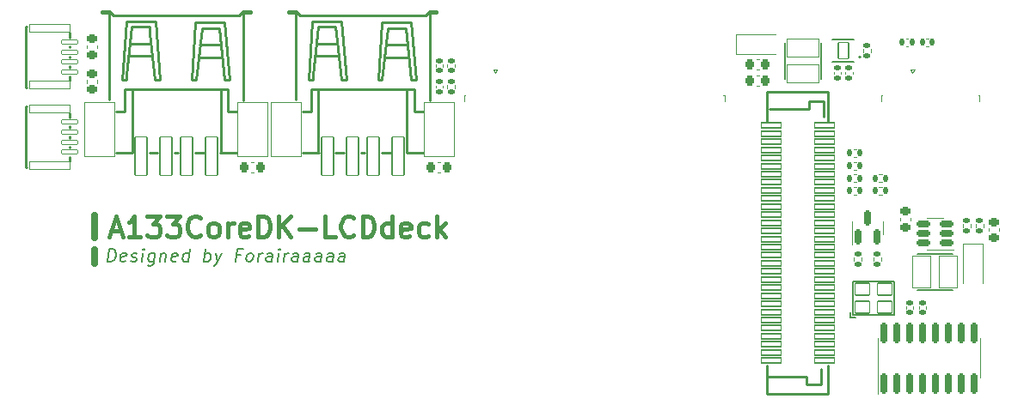
<source format=gto>
G04 #@! TF.GenerationSoftware,KiCad,Pcbnew,(6.0.4)*
G04 #@! TF.CreationDate,2022-05-11T13:02:33+08:00*
G04 #@! TF.ProjectId,A133CoreDK-LCDdeck,41313333-436f-4726-9544-4b2d4c434464,rev?*
G04 #@! TF.SameCoordinates,Original*
G04 #@! TF.FileFunction,Legend,Top*
G04 #@! TF.FilePolarity,Positive*
%FSLAX46Y46*%
G04 Gerber Fmt 4.6, Leading zero omitted, Abs format (unit mm)*
G04 Created by KiCad (PCBNEW (6.0.4)) date 2022-05-11 13:02:33*
%MOMM*%
%LPD*%
G01*
G04 APERTURE LIST*
G04 Aperture macros list*
%AMRoundRect*
0 Rectangle with rounded corners*
0 $1 Rounding radius*
0 $2 $3 $4 $5 $6 $7 $8 $9 X,Y pos of 4 corners*
0 Add a 4 corners polygon primitive as box body*
4,1,4,$2,$3,$4,$5,$6,$7,$8,$9,$2,$3,0*
0 Add four circle primitives for the rounded corners*
1,1,$1+$1,$2,$3*
1,1,$1+$1,$4,$5*
1,1,$1+$1,$6,$7*
1,1,$1+$1,$8,$9*
0 Add four rect primitives between the rounded corners*
20,1,$1+$1,$2,$3,$4,$5,0*
20,1,$1+$1,$4,$5,$6,$7,0*
20,1,$1+$1,$6,$7,$8,$9,0*
20,1,$1+$1,$8,$9,$2,$3,0*%
G04 Aperture macros list end*
%ADD10C,0.635000*%
%ADD11C,0.406400*%
%ADD12C,0.203200*%
%ADD13C,0.120000*%
%ADD14C,0.152400*%
%ADD15C,0.152000*%
%ADD16C,0.254000*%
%ADD17C,0.149900*%
%ADD18RoundRect,0.140000X0.140000X0.170000X-0.140000X0.170000X-0.140000X-0.170000X0.140000X-0.170000X0*%
%ADD19RoundRect,0.140000X0.170000X-0.140000X0.170000X0.140000X-0.170000X0.140000X-0.170000X-0.140000X0*%
%ADD20RoundRect,0.150000X0.150000X-0.587500X0.150000X0.587500X-0.150000X0.587500X-0.150000X-0.587500X0*%
%ADD21RoundRect,0.225000X-0.225000X-0.250000X0.225000X-0.250000X0.225000X0.250000X-0.225000X0.250000X0*%
%ADD22RoundRect,0.135000X-0.185000X0.135000X-0.185000X-0.135000X0.185000X-0.135000X0.185000X0.135000X0*%
%ADD23R,1.200000X0.900000*%
%ADD24R,0.900000X1.200000*%
%ADD25RoundRect,0.135000X0.135000X0.185000X-0.135000X0.185000X-0.135000X-0.185000X0.135000X-0.185000X0*%
%ADD26RoundRect,0.050800X-0.700000X-0.600000X0.700000X-0.600000X0.700000X0.600000X-0.700000X0.600000X0*%
%ADD27C,0.800000*%
%ADD28C,1.200000*%
%ADD29RoundRect,0.050800X-1.000000X0.250000X-1.000000X-0.250000X1.000000X-0.250000X1.000000X0.250000X0*%
%ADD30RoundRect,0.050800X-2.000250X0.400050X-2.000250X-0.400050X2.000250X-0.400050X2.000250X0.400050X0*%
%ADD31RoundRect,0.050800X-0.800100X0.199400X-0.800100X-0.199400X0.800100X-0.199400X0.800100X0.199400X0*%
%ADD32RoundRect,0.050800X-1.559550X0.900450X-1.559550X-0.900450X1.559550X-0.900450X1.559550X0.900450X0*%
%ADD33RoundRect,0.135000X0.185000X-0.135000X0.185000X0.135000X-0.185000X0.135000X-0.185000X-0.135000X0*%
%ADD34RoundRect,0.050800X-0.900450X-1.559550X0.900450X-1.559550X0.900450X1.559550X-0.900450X1.559550X0*%
%ADD35O,0.708700X0.464800*%
%ADD36RoundRect,0.050800X0.500400X-0.800100X0.500400X0.800100X-0.500400X0.800100X-0.500400X-0.800100X0*%
%ADD37RoundRect,0.225000X-0.250000X0.225000X-0.250000X-0.225000X0.250000X-0.225000X0.250000X0.225000X0*%
%ADD38RoundRect,0.225000X0.250000X-0.225000X0.250000X0.225000X-0.250000X0.225000X-0.250000X-0.225000X0*%
%ADD39RoundRect,0.140000X-0.140000X-0.170000X0.140000X-0.170000X0.140000X0.170000X-0.140000X0.170000X0*%
%ADD40RoundRect,0.225000X0.225000X0.250000X-0.225000X0.250000X-0.225000X-0.250000X0.225000X-0.250000X0*%
%ADD41RoundRect,0.150000X0.150000X-0.850000X0.150000X0.850000X-0.150000X0.850000X-0.150000X-0.850000X0*%
%ADD42C,1.300500*%
%ADD43RoundRect,0.050800X0.599450X1.899900X-0.599450X1.899900X-0.599450X-1.899900X0.599450X-1.899900X0*%
%ADD44RoundRect,0.050800X1.499850X2.650500X-1.499850X2.650500X-1.499850X-2.650500X1.499850X-2.650500X0*%
%ADD45R,0.300000X1.100000*%
%ADD46R,2.300000X3.100000*%
%ADD47RoundRect,0.150000X0.512500X0.150000X-0.512500X0.150000X-0.512500X-0.150000X0.512500X-0.150000X0*%
%ADD48C,0.701000*%
%ADD49C,0.899200*%
G04 APERTURE END LIST*
D10*
X100736400Y-84105750D02*
X100736400Y-85445600D01*
X100736400Y-80708500D02*
X100736400Y-82918300D01*
D11*
X102320876Y-82253666D02*
X103288495Y-82253666D01*
X102127352Y-82834238D02*
X102804685Y-80802238D01*
X103482019Y-82834238D01*
X105223733Y-82834238D02*
X104062590Y-82834238D01*
X104643161Y-82834238D02*
X104643161Y-80802238D01*
X104449638Y-81092523D01*
X104256114Y-81286047D01*
X104062590Y-81382809D01*
X105901066Y-80802238D02*
X107158971Y-80802238D01*
X106481638Y-81576333D01*
X106771923Y-81576333D01*
X106965447Y-81673095D01*
X107062209Y-81769857D01*
X107158971Y-81963380D01*
X107158971Y-82447190D01*
X107062209Y-82640714D01*
X106965447Y-82737476D01*
X106771923Y-82834238D01*
X106191352Y-82834238D01*
X105997828Y-82737476D01*
X105901066Y-82640714D01*
X107836304Y-80802238D02*
X109094209Y-80802238D01*
X108416876Y-81576333D01*
X108707161Y-81576333D01*
X108900685Y-81673095D01*
X108997447Y-81769857D01*
X109094209Y-81963380D01*
X109094209Y-82447190D01*
X108997447Y-82640714D01*
X108900685Y-82737476D01*
X108707161Y-82834238D01*
X108126590Y-82834238D01*
X107933066Y-82737476D01*
X107836304Y-82640714D01*
X111126209Y-82640714D02*
X111029447Y-82737476D01*
X110739161Y-82834238D01*
X110545638Y-82834238D01*
X110255352Y-82737476D01*
X110061828Y-82543952D01*
X109965066Y-82350428D01*
X109868304Y-81963380D01*
X109868304Y-81673095D01*
X109965066Y-81286047D01*
X110061828Y-81092523D01*
X110255352Y-80899000D01*
X110545638Y-80802238D01*
X110739161Y-80802238D01*
X111029447Y-80899000D01*
X111126209Y-80995761D01*
X112287352Y-82834238D02*
X112093828Y-82737476D01*
X111997066Y-82640714D01*
X111900304Y-82447190D01*
X111900304Y-81866619D01*
X111997066Y-81673095D01*
X112093828Y-81576333D01*
X112287352Y-81479571D01*
X112577638Y-81479571D01*
X112771161Y-81576333D01*
X112867923Y-81673095D01*
X112964685Y-81866619D01*
X112964685Y-82447190D01*
X112867923Y-82640714D01*
X112771161Y-82737476D01*
X112577638Y-82834238D01*
X112287352Y-82834238D01*
X113835542Y-82834238D02*
X113835542Y-81479571D01*
X113835542Y-81866619D02*
X113932304Y-81673095D01*
X114029066Y-81576333D01*
X114222590Y-81479571D01*
X114416114Y-81479571D01*
X115867542Y-82737476D02*
X115674019Y-82834238D01*
X115286971Y-82834238D01*
X115093447Y-82737476D01*
X114996685Y-82543952D01*
X114996685Y-81769857D01*
X115093447Y-81576333D01*
X115286971Y-81479571D01*
X115674019Y-81479571D01*
X115867542Y-81576333D01*
X115964304Y-81769857D01*
X115964304Y-81963380D01*
X114996685Y-82156904D01*
X116835161Y-82834238D02*
X116835161Y-80802238D01*
X117318971Y-80802238D01*
X117609257Y-80899000D01*
X117802780Y-81092523D01*
X117899542Y-81286047D01*
X117996304Y-81673095D01*
X117996304Y-81963380D01*
X117899542Y-82350428D01*
X117802780Y-82543952D01*
X117609257Y-82737476D01*
X117318971Y-82834238D01*
X116835161Y-82834238D01*
X118867161Y-82834238D02*
X118867161Y-80802238D01*
X120028304Y-82834238D02*
X119157447Y-81673095D01*
X120028304Y-80802238D02*
X118867161Y-81963380D01*
X120899161Y-82060142D02*
X122447352Y-82060142D01*
X124382590Y-82834238D02*
X123414971Y-82834238D01*
X123414971Y-80802238D01*
X126221066Y-82640714D02*
X126124304Y-82737476D01*
X125834019Y-82834238D01*
X125640495Y-82834238D01*
X125350209Y-82737476D01*
X125156685Y-82543952D01*
X125059923Y-82350428D01*
X124963161Y-81963380D01*
X124963161Y-81673095D01*
X125059923Y-81286047D01*
X125156685Y-81092523D01*
X125350209Y-80899000D01*
X125640495Y-80802238D01*
X125834019Y-80802238D01*
X126124304Y-80899000D01*
X126221066Y-80995761D01*
X127091923Y-82834238D02*
X127091923Y-80802238D01*
X127575733Y-80802238D01*
X127866019Y-80899000D01*
X128059542Y-81092523D01*
X128156304Y-81286047D01*
X128253066Y-81673095D01*
X128253066Y-81963380D01*
X128156304Y-82350428D01*
X128059542Y-82543952D01*
X127866019Y-82737476D01*
X127575733Y-82834238D01*
X127091923Y-82834238D01*
X129994780Y-82834238D02*
X129994780Y-80802238D01*
X129994780Y-82737476D02*
X129801257Y-82834238D01*
X129414209Y-82834238D01*
X129220685Y-82737476D01*
X129123923Y-82640714D01*
X129027161Y-82447190D01*
X129027161Y-81866619D01*
X129123923Y-81673095D01*
X129220685Y-81576333D01*
X129414209Y-81479571D01*
X129801257Y-81479571D01*
X129994780Y-81576333D01*
X131736495Y-82737476D02*
X131542971Y-82834238D01*
X131155923Y-82834238D01*
X130962399Y-82737476D01*
X130865638Y-82543952D01*
X130865638Y-81769857D01*
X130962399Y-81576333D01*
X131155923Y-81479571D01*
X131542971Y-81479571D01*
X131736495Y-81576333D01*
X131833257Y-81769857D01*
X131833257Y-81963380D01*
X130865638Y-82156904D01*
X133574971Y-82737476D02*
X133381447Y-82834238D01*
X132994400Y-82834238D01*
X132800876Y-82737476D01*
X132704114Y-82640714D01*
X132607352Y-82447190D01*
X132607352Y-81866619D01*
X132704114Y-81673095D01*
X132800876Y-81576333D01*
X132994400Y-81479571D01*
X133381447Y-81479571D01*
X133574971Y-81576333D01*
X134445828Y-82834238D02*
X134445828Y-80802238D01*
X134639352Y-82060142D02*
X135219923Y-82834238D01*
X135219923Y-81479571D02*
X134445828Y-82253666D01*
D12*
X102004699Y-85283523D02*
X102163449Y-84013523D01*
X102465830Y-84013523D01*
X102639699Y-84074000D01*
X102745532Y-84194952D01*
X102790889Y-84315904D01*
X102821127Y-84557809D01*
X102798449Y-84739238D01*
X102707734Y-84981142D01*
X102632139Y-85102095D01*
X102496068Y-85223047D01*
X102307080Y-85283523D01*
X102004699Y-85283523D01*
X103766068Y-85223047D02*
X103637556Y-85283523D01*
X103395651Y-85283523D01*
X103282258Y-85223047D01*
X103236901Y-85102095D01*
X103297377Y-84618285D01*
X103372972Y-84497333D01*
X103501484Y-84436857D01*
X103743389Y-84436857D01*
X103856782Y-84497333D01*
X103902139Y-84618285D01*
X103887020Y-84739238D01*
X103267139Y-84860190D01*
X104310353Y-85223047D02*
X104423746Y-85283523D01*
X104665651Y-85283523D01*
X104794163Y-85223047D01*
X104869758Y-85102095D01*
X104877318Y-85041619D01*
X104831961Y-84920666D01*
X104718568Y-84860190D01*
X104537139Y-84860190D01*
X104423746Y-84799714D01*
X104378389Y-84678761D01*
X104385949Y-84618285D01*
X104461544Y-84497333D01*
X104590056Y-84436857D01*
X104771484Y-84436857D01*
X104884877Y-84497333D01*
X105391365Y-85283523D02*
X105497199Y-84436857D01*
X105550115Y-84013523D02*
X105482080Y-84074000D01*
X105534996Y-84134476D01*
X105603032Y-84074000D01*
X105550115Y-84013523D01*
X105534996Y-84134476D01*
X106646246Y-84436857D02*
X106517734Y-85464952D01*
X106442139Y-85585904D01*
X106374103Y-85646380D01*
X106245591Y-85706857D01*
X106064163Y-85706857D01*
X105950770Y-85646380D01*
X106547972Y-85223047D02*
X106419461Y-85283523D01*
X106177556Y-85283523D01*
X106064163Y-85223047D01*
X106011246Y-85162571D01*
X105965889Y-85041619D01*
X106011246Y-84678761D01*
X106086841Y-84557809D01*
X106154877Y-84497333D01*
X106283389Y-84436857D01*
X106525294Y-84436857D01*
X106638687Y-84497333D01*
X107251008Y-84436857D02*
X107145175Y-85283523D01*
X107235889Y-84557809D02*
X107303925Y-84497333D01*
X107432437Y-84436857D01*
X107613865Y-84436857D01*
X107727258Y-84497333D01*
X107772615Y-84618285D01*
X107689461Y-85283523D01*
X108785591Y-85223047D02*
X108657080Y-85283523D01*
X108415175Y-85283523D01*
X108301782Y-85223047D01*
X108256425Y-85102095D01*
X108316901Y-84618285D01*
X108392496Y-84497333D01*
X108521008Y-84436857D01*
X108762913Y-84436857D01*
X108876306Y-84497333D01*
X108921663Y-84618285D01*
X108906544Y-84739238D01*
X108286663Y-84860190D01*
X109927080Y-85283523D02*
X110085830Y-84013523D01*
X109934639Y-85223047D02*
X109806127Y-85283523D01*
X109564222Y-85283523D01*
X109450830Y-85223047D01*
X109397913Y-85162571D01*
X109352556Y-85041619D01*
X109397913Y-84678761D01*
X109473508Y-84557809D01*
X109541544Y-84497333D01*
X109670056Y-84436857D01*
X109911961Y-84436857D01*
X110025353Y-84497333D01*
X111499461Y-85283523D02*
X111658211Y-84013523D01*
X111597734Y-84497333D02*
X111726246Y-84436857D01*
X111968151Y-84436857D01*
X112081544Y-84497333D01*
X112134461Y-84557809D01*
X112179818Y-84678761D01*
X112134461Y-85041619D01*
X112058865Y-85162571D01*
X111990830Y-85223047D01*
X111862318Y-85283523D01*
X111620413Y-85283523D01*
X111507020Y-85223047D01*
X112633389Y-84436857D02*
X112829937Y-85283523D01*
X113238151Y-84436857D02*
X112829937Y-85283523D01*
X112671187Y-85585904D01*
X112603151Y-85646380D01*
X112474639Y-85706857D01*
X115090234Y-84618285D02*
X114666901Y-84618285D01*
X114583746Y-85283523D02*
X114742496Y-84013523D01*
X115347258Y-84013523D01*
X115853746Y-85283523D02*
X115740353Y-85223047D01*
X115687437Y-85162571D01*
X115642080Y-85041619D01*
X115687437Y-84678761D01*
X115763032Y-84557809D01*
X115831068Y-84497333D01*
X115959580Y-84436857D01*
X116141008Y-84436857D01*
X116254401Y-84497333D01*
X116307318Y-84557809D01*
X116352675Y-84678761D01*
X116307318Y-85041619D01*
X116231722Y-85162571D01*
X116163687Y-85223047D01*
X116035175Y-85283523D01*
X115853746Y-85283523D01*
X116821365Y-85283523D02*
X116927199Y-84436857D01*
X116896961Y-84678761D02*
X116972556Y-84557809D01*
X117040591Y-84497333D01*
X117169103Y-84436857D01*
X117290056Y-84436857D01*
X118151841Y-85283523D02*
X118234996Y-84618285D01*
X118189639Y-84497333D01*
X118076246Y-84436857D01*
X117834341Y-84436857D01*
X117705830Y-84497333D01*
X118159401Y-85223047D02*
X118030889Y-85283523D01*
X117728508Y-85283523D01*
X117615115Y-85223047D01*
X117569758Y-85102095D01*
X117584877Y-84981142D01*
X117660472Y-84860190D01*
X117788984Y-84799714D01*
X118091365Y-84799714D01*
X118219877Y-84739238D01*
X118756603Y-85283523D02*
X118862437Y-84436857D01*
X118915353Y-84013523D02*
X118847318Y-84074000D01*
X118900234Y-84134476D01*
X118968270Y-84074000D01*
X118915353Y-84013523D01*
X118900234Y-84134476D01*
X119361365Y-85283523D02*
X119467199Y-84436857D01*
X119436961Y-84678761D02*
X119512556Y-84557809D01*
X119580591Y-84497333D01*
X119709103Y-84436857D01*
X119830056Y-84436857D01*
X120691841Y-85283523D02*
X120774996Y-84618285D01*
X120729639Y-84497333D01*
X120616246Y-84436857D01*
X120374341Y-84436857D01*
X120245830Y-84497333D01*
X120699401Y-85223047D02*
X120570889Y-85283523D01*
X120268508Y-85283523D01*
X120155115Y-85223047D01*
X120109758Y-85102095D01*
X120124877Y-84981142D01*
X120200472Y-84860190D01*
X120328984Y-84799714D01*
X120631365Y-84799714D01*
X120759877Y-84739238D01*
X121840889Y-85283523D02*
X121924044Y-84618285D01*
X121878687Y-84497333D01*
X121765294Y-84436857D01*
X121523389Y-84436857D01*
X121394877Y-84497333D01*
X121848449Y-85223047D02*
X121719937Y-85283523D01*
X121417556Y-85283523D01*
X121304163Y-85223047D01*
X121258806Y-85102095D01*
X121273925Y-84981142D01*
X121349520Y-84860190D01*
X121478032Y-84799714D01*
X121780413Y-84799714D01*
X121908925Y-84739238D01*
X122989937Y-85283523D02*
X123073091Y-84618285D01*
X123027734Y-84497333D01*
X122914341Y-84436857D01*
X122672437Y-84436857D01*
X122543925Y-84497333D01*
X122997496Y-85223047D02*
X122868984Y-85283523D01*
X122566603Y-85283523D01*
X122453211Y-85223047D01*
X122407853Y-85102095D01*
X122422972Y-84981142D01*
X122498568Y-84860190D01*
X122627080Y-84799714D01*
X122929461Y-84799714D01*
X123057972Y-84739238D01*
X124138984Y-85283523D02*
X124222139Y-84618285D01*
X124176782Y-84497333D01*
X124063389Y-84436857D01*
X123821484Y-84436857D01*
X123692972Y-84497333D01*
X124146544Y-85223047D02*
X124018032Y-85283523D01*
X123715651Y-85283523D01*
X123602258Y-85223047D01*
X123556901Y-85102095D01*
X123572020Y-84981142D01*
X123647615Y-84860190D01*
X123776127Y-84799714D01*
X124078508Y-84799714D01*
X124207020Y-84739238D01*
X125288032Y-85283523D02*
X125371187Y-84618285D01*
X125325830Y-84497333D01*
X125212437Y-84436857D01*
X124970532Y-84436857D01*
X124842020Y-84497333D01*
X125295591Y-85223047D02*
X125167080Y-85283523D01*
X124864699Y-85283523D01*
X124751306Y-85223047D01*
X124705949Y-85102095D01*
X124721068Y-84981142D01*
X124796663Y-84860190D01*
X124925175Y-84799714D01*
X125227556Y-84799714D01*
X125356068Y-84739238D01*
D13*
X180828836Y-64012400D02*
X180613164Y-64012400D01*
X180828836Y-63292400D02*
X180613164Y-63292400D01*
X181335000Y-89922236D02*
X181335000Y-89706564D01*
X180615000Y-89922236D02*
X180615000Y-89706564D01*
X182605000Y-89922236D02*
X182605000Y-89706564D01*
X181885000Y-89922236D02*
X181885000Y-89706564D01*
X175274800Y-81938100D02*
X175274800Y-81288100D01*
X178394800Y-81938100D02*
X178394800Y-82588100D01*
X175274800Y-81938100D02*
X175274800Y-83613100D01*
X178394800Y-81938100D02*
X178394800Y-81288100D01*
X165870020Y-66358200D02*
X166151180Y-66358200D01*
X165870020Y-65338200D02*
X166151180Y-65338200D01*
X174244600Y-66786636D02*
X174244600Y-66570964D01*
X173524600Y-66786636D02*
X173524600Y-66570964D01*
X188256211Y-81610018D02*
X188256211Y-81917300D01*
X187496211Y-81610018D02*
X187496211Y-81917300D01*
X188215811Y-83526859D02*
X188215811Y-87426859D01*
X186215811Y-83526859D02*
X186215811Y-87426859D01*
X188215811Y-83526859D02*
X186215811Y-83526859D01*
X163887600Y-62834000D02*
X167787600Y-62834000D01*
X163887600Y-64834000D02*
X167787600Y-64834000D01*
X163887600Y-62834000D02*
X163887600Y-64834000D01*
X135446500Y-67864959D02*
X135446500Y-68172241D01*
X136206500Y-67864959D02*
X136206500Y-68172241D01*
X175743841Y-74194400D02*
X175436559Y-74194400D01*
X175743841Y-74954400D02*
X175436559Y-74954400D01*
D14*
X179425600Y-88899900D02*
X179425600Y-90550900D01*
X179425600Y-90550900D02*
X179425600Y-90550900D01*
X175364100Y-87248700D02*
X179425600Y-87248900D01*
X179425600Y-90550900D02*
X175364100Y-90578700D01*
D15*
X175107600Y-90296900D02*
X175107600Y-90804900D01*
X175107600Y-90804900D02*
X175615600Y-90804900D01*
D14*
X175364100Y-90578700D02*
X175364100Y-87248700D01*
X179425600Y-87248900D02*
X179425600Y-88899900D01*
D13*
X175362200Y-66786636D02*
X175362200Y-66570964D01*
X174642200Y-66786636D02*
X174642200Y-66570964D01*
D16*
X170853100Y-96667200D02*
X166964100Y-96667200D01*
X172250100Y-95905200D02*
X172250100Y-97429200D01*
X172964100Y-95540400D02*
X172964100Y-98359200D01*
X171107100Y-70251200D02*
X167218100Y-70251200D01*
X172504100Y-71013200D02*
X172504100Y-69489200D01*
X172964100Y-68559200D02*
X172964100Y-71378000D01*
X172250100Y-97429200D02*
X170853100Y-97429200D01*
X170853100Y-97429200D02*
X170853100Y-96667200D01*
X171107100Y-69489200D02*
X171107100Y-70251200D01*
X172964100Y-68559200D02*
X166964100Y-68559200D01*
X166964100Y-71378000D02*
X166964100Y-68559200D01*
X172504100Y-69489200D02*
X171107100Y-69489200D01*
X172964100Y-98359200D02*
X166964100Y-98359200D01*
X166964100Y-98359200D02*
X166964100Y-95540400D01*
X93933000Y-69999900D02*
X94052400Y-69999900D01*
X98284100Y-73931800D02*
X98284100Y-74071500D01*
X93933000Y-75999300D02*
X94052400Y-75999300D01*
X98284100Y-71932800D02*
X98284100Y-72070000D01*
X98284100Y-70629800D02*
X98284100Y-71069200D01*
X98284100Y-72933600D02*
X98284100Y-73070700D01*
X98284100Y-74932500D02*
X98284100Y-75369400D01*
X93933000Y-69999900D02*
X93933000Y-75999300D01*
D17*
X168680100Y-67235100D02*
X168680100Y-63734900D01*
X172281900Y-63734900D02*
X172281900Y-67235100D01*
D13*
X177404800Y-85215941D02*
X177404800Y-84908659D01*
X178164800Y-85215941D02*
X178164800Y-84908659D01*
X178233041Y-77443600D02*
X177925759Y-77443600D01*
X178233041Y-76683600D02*
X177925759Y-76683600D01*
X165870020Y-67958400D02*
X166151180Y-67958400D01*
X165870020Y-66938400D02*
X166151180Y-66938400D01*
D17*
X181731911Y-84509359D02*
X185232111Y-84509359D01*
X185232111Y-88111159D02*
X181731911Y-88111159D01*
D14*
X175520400Y-65546000D02*
X173366400Y-65546000D01*
X175520400Y-63392000D02*
X173366400Y-63392000D01*
D17*
X176150300Y-65119200D02*
G75*
G03*
X176150300Y-65119200I-76200J0D01*
G01*
D13*
X175743841Y-77928200D02*
X175436559Y-77928200D01*
X175743841Y-78688200D02*
X175436559Y-78688200D01*
X134323500Y-68126436D02*
X134323500Y-67910764D01*
X135043500Y-68126436D02*
X135043500Y-67910764D01*
X100967000Y-63943620D02*
X100967000Y-64224780D01*
X99947000Y-63943620D02*
X99947000Y-64224780D01*
X186960811Y-81917300D02*
X186960811Y-81610018D01*
X186200811Y-81917300D02*
X186200811Y-81610018D01*
X175743841Y-77443600D02*
X175436559Y-77443600D01*
X175743841Y-76683600D02*
X175436559Y-76683600D01*
X189783211Y-82285239D02*
X189783211Y-82004079D01*
X188763211Y-82285239D02*
X188763211Y-82004079D01*
X178233041Y-77928200D02*
X177925759Y-77928200D01*
X178233041Y-78688200D02*
X177925759Y-78688200D01*
X181045611Y-81243839D02*
X181045611Y-80962679D01*
X180025611Y-81243839D02*
X180025611Y-80962679D01*
X182619764Y-63292400D02*
X182835436Y-63292400D01*
X182619764Y-64012400D02*
X182835436Y-64012400D01*
X175504800Y-84908659D02*
X175504800Y-85215941D01*
X176264800Y-84908659D02*
X176264800Y-85215941D01*
D16*
X98284100Y-65034200D02*
X98284100Y-65171300D01*
X93933000Y-62100500D02*
X94052400Y-62100500D01*
X98284100Y-64033400D02*
X98284100Y-64170600D01*
X98284100Y-67033100D02*
X98284100Y-67470000D01*
X98284100Y-66032400D02*
X98284100Y-66172100D01*
X93933000Y-68099900D02*
X94052400Y-68099900D01*
X93933000Y-62100500D02*
X93933000Y-68099900D01*
X98284100Y-62730400D02*
X98284100Y-63169800D01*
D13*
X175743841Y-76199000D02*
X175436559Y-76199000D01*
X175743841Y-75439000D02*
X175436559Y-75439000D01*
X134768180Y-75486800D02*
X134487020Y-75486800D01*
X134768180Y-76506800D02*
X134487020Y-76506800D01*
X136186500Y-66069036D02*
X136186500Y-65853364D01*
X135466500Y-66069036D02*
X135466500Y-65853364D01*
X177134800Y-64622641D02*
X177134800Y-64315359D01*
X176374800Y-64622641D02*
X176374800Y-64315359D01*
X177820000Y-94818200D02*
X177820000Y-92868200D01*
X187940000Y-94818200D02*
X187940000Y-96768200D01*
X177820000Y-94818200D02*
X177820000Y-98318200D01*
X187940000Y-94818200D02*
X187940000Y-92868200D01*
D16*
X122801400Y-74543960D02*
X121221500Y-74543960D01*
X129011700Y-61640760D02*
X131907300Y-61640760D01*
X122709900Y-62102960D02*
X122237500Y-66880760D01*
X122773400Y-68318360D02*
X122773400Y-74541360D01*
X119811800Y-60723760D02*
X120520500Y-60723760D01*
X120520500Y-60972660D02*
X120523000Y-69339460D01*
X124536200Y-62771060D02*
X124460000Y-62092860D01*
X131490700Y-68328560D02*
X131490700Y-74541360D01*
X120860800Y-60883760D02*
X120530600Y-60553560D01*
X125554700Y-67315060D02*
X125046700Y-67309960D01*
X134442200Y-60543460D02*
X133710700Y-60543460D01*
X129626400Y-62245260D02*
X129037100Y-67381160D01*
X133032500Y-70510360D02*
X132199400Y-70520560D01*
X119811800Y-60543460D02*
X120520500Y-60543460D01*
X120962400Y-60972660D02*
X120860800Y-60883760D01*
X134442200Y-60723760D02*
X133710700Y-60723760D01*
X122237500Y-66880760D02*
X122207000Y-67312560D01*
X122059700Y-70518060D02*
X121231700Y-70510360D01*
X125300700Y-74543960D02*
X124462500Y-74543960D01*
X132199400Y-68318360D02*
X122059700Y-68318360D01*
X129037100Y-67381160D02*
X128656100Y-67381160D01*
X122174000Y-61574660D02*
X125059400Y-61579760D01*
X127302300Y-74543960D02*
X126961900Y-74543960D01*
X131602500Y-65115460D02*
X129344400Y-65115460D01*
X128656100Y-67381160D02*
X129011700Y-61640760D01*
X120962400Y-60972660D02*
X133281400Y-60972660D01*
X131907300Y-61640760D02*
X132389900Y-67381160D01*
X124581900Y-63807360D02*
X122552500Y-63807360D01*
X132199400Y-70520560D02*
X132199400Y-68318360D01*
X133710700Y-60723760D02*
X133710700Y-60972660D01*
X131462800Y-63906360D02*
X129433300Y-63906360D01*
X133281400Y-60972660D02*
X133710700Y-60543460D01*
X129801600Y-74543960D02*
X128963400Y-74543960D01*
X124460000Y-62092860D02*
X122709900Y-62102960D01*
X121826000Y-67312560D02*
X122174000Y-61574660D01*
X133710700Y-60543460D02*
X133710700Y-60792360D01*
X125059400Y-61579760D02*
X125554700Y-67315060D01*
X124721600Y-65016360D02*
X122461000Y-65016360D01*
X131881900Y-67381160D02*
X131376400Y-62245260D01*
X120520500Y-60543460D02*
X120520500Y-60792360D01*
X122207000Y-67312560D02*
X121826000Y-67312560D01*
X120520500Y-60723760D02*
X120520500Y-60972660D01*
X131376400Y-62245260D02*
X129626400Y-62245260D01*
X131462800Y-74543960D02*
X133032500Y-74543960D01*
X125046700Y-67309960D02*
X124536200Y-62771060D01*
X134452400Y-60723760D02*
X134452400Y-60543460D01*
X122059700Y-68318360D02*
X122059700Y-70518060D01*
X133713200Y-69349660D02*
X133708100Y-60921860D01*
X132389900Y-67381160D02*
X131881900Y-67381160D01*
X119801600Y-60723760D02*
X119801600Y-60543460D01*
D13*
X100967000Y-67653780D02*
X100967000Y-67372620D01*
X99947000Y-67653780D02*
X99947000Y-67372620D01*
X162633800Y-68902200D02*
X162743800Y-68902200D01*
X162743800Y-68902200D02*
X162743800Y-69502200D01*
X140168800Y-66712200D02*
X140368800Y-66312200D01*
X137093800Y-68902200D02*
X137093800Y-69502200D01*
X139968800Y-66312200D02*
X140168800Y-66712200D01*
X137203800Y-68902200D02*
X137093800Y-68902200D01*
X140368800Y-66312200D02*
X139968800Y-66312200D01*
D16*
X103461800Y-67312560D02*
X103809800Y-61574660D01*
X104409200Y-68318360D02*
X104409200Y-74541360D01*
X114025700Y-67381160D02*
X113517700Y-67381160D01*
X113098600Y-63906360D02*
X111069100Y-63906360D01*
X110647500Y-61640760D02*
X113543100Y-61640760D01*
X114917200Y-60972660D02*
X115346500Y-60543460D01*
X103842800Y-67312560D02*
X103461800Y-67312560D01*
X115346500Y-60723760D02*
X115346500Y-60972660D01*
X113012200Y-62245260D02*
X111262200Y-62245260D01*
X102496600Y-60883760D02*
X102166400Y-60553560D01*
X106682500Y-67309960D02*
X106172000Y-62771060D01*
X113126500Y-68328560D02*
X113126500Y-74541360D01*
X115349000Y-69349660D02*
X115343900Y-60921860D01*
X103695500Y-68318360D02*
X103695500Y-70518060D01*
X113835200Y-68318360D02*
X103695500Y-68318360D01*
X101447600Y-60723760D02*
X102156300Y-60723760D01*
X116078000Y-60723760D02*
X115346500Y-60723760D01*
X113238300Y-65115460D02*
X110980200Y-65115460D01*
X111437400Y-74543960D02*
X110599200Y-74543960D01*
X115346500Y-60543460D02*
X115346500Y-60792360D01*
X102598200Y-60972660D02*
X102496600Y-60883760D01*
X107190500Y-67315060D02*
X106682500Y-67309960D01*
X104437200Y-74543960D02*
X102857300Y-74543960D01*
X103695500Y-70518060D02*
X102867500Y-70510360D01*
X106217700Y-63807360D02*
X104188300Y-63807360D01*
X101447600Y-60543460D02*
X102156300Y-60543460D01*
X102156300Y-60972660D02*
X102158800Y-69339460D01*
X110291900Y-67381160D02*
X110647500Y-61640760D01*
X113517700Y-67381160D02*
X113012200Y-62245260D01*
X103809800Y-61574660D02*
X106695200Y-61579760D01*
X113543100Y-61640760D02*
X114025700Y-67381160D01*
X106357400Y-65016360D02*
X104096800Y-65016360D01*
X113835200Y-70520560D02*
X113835200Y-68318360D01*
X116088200Y-60723760D02*
X116088200Y-60543460D01*
X108938100Y-74543960D02*
X108597700Y-74543960D01*
X101437400Y-60723760D02*
X101437400Y-60543460D01*
X102156300Y-60723760D02*
X102156300Y-60972660D01*
X106936500Y-74543960D02*
X106098300Y-74543960D01*
X110672900Y-67381160D02*
X110291900Y-67381160D01*
X102598200Y-60972660D02*
X114917200Y-60972660D01*
X103873300Y-66880760D02*
X103842800Y-67312560D01*
X114668300Y-70510360D02*
X113835200Y-70520560D01*
X106172000Y-62771060D02*
X106095800Y-62092860D01*
X106695200Y-61579760D02*
X107190500Y-67315060D01*
X113098600Y-74543960D02*
X114668300Y-74543960D01*
X116078000Y-60543460D02*
X115346500Y-60543460D01*
X104345700Y-62102960D02*
X103873300Y-66880760D01*
X102156300Y-60543460D02*
X102156300Y-60792360D01*
X111262200Y-62245260D02*
X110672900Y-67381160D01*
X106095800Y-62092860D02*
X104345700Y-62102960D01*
D13*
X116403980Y-76506800D02*
X116122820Y-76506800D01*
X116403980Y-75486800D02*
X116122820Y-75486800D01*
X183507411Y-80965659D02*
X182707411Y-80965659D01*
X183507411Y-84085659D02*
X182707411Y-84085659D01*
X183507411Y-84085659D02*
X185307411Y-84085659D01*
X183507411Y-80965659D02*
X184307411Y-80965659D01*
X181057000Y-66312200D02*
X181257000Y-66712200D01*
X181257000Y-66712200D02*
X181457000Y-66312200D01*
X187722000Y-68902200D02*
X187832000Y-68902200D01*
X178292000Y-68902200D02*
X178182000Y-68902200D01*
X178182000Y-68902200D02*
X178182000Y-69502200D01*
X187832000Y-68902200D02*
X187832000Y-69502200D01*
X181457000Y-66312200D02*
X181057000Y-66312200D01*
X135043500Y-66069036D02*
X135043500Y-65853364D01*
X134323500Y-66069036D02*
X134323500Y-65853364D01*
%LPC*%
D18*
X181201000Y-63652400D03*
X180241000Y-63652400D03*
D19*
X180975000Y-90294400D03*
X180975000Y-89334400D03*
X182245000Y-90294400D03*
X182245000Y-89334400D03*
D20*
X175884800Y-82875600D03*
X177784800Y-82875600D03*
X176834800Y-81000600D03*
D21*
X165235600Y-65848200D03*
X166785600Y-65848200D03*
D19*
X173884600Y-67158800D03*
X173884600Y-66198800D03*
D22*
X187876211Y-81253659D03*
X187876211Y-82273659D03*
D23*
X187215811Y-84126859D03*
X187215811Y-87426859D03*
D24*
X164487600Y-63834000D03*
X167787600Y-63834000D03*
D22*
X135826500Y-67508600D03*
X135826500Y-68528600D03*
D25*
X176100200Y-74574400D03*
X175080200Y-74574400D03*
D26*
X176293500Y-89775000D03*
X178493700Y-89775000D03*
X178493700Y-88025000D03*
X176293500Y-88025000D03*
D19*
X175002200Y-67158800D03*
X175002200Y-66198800D03*
D27*
X169964000Y-97559100D03*
D28*
X169964000Y-69359300D03*
D29*
X167364000Y-71859100D03*
X167364000Y-72659200D03*
X167364000Y-73459100D03*
X167364000Y-74259200D03*
X167364000Y-75059300D03*
X167364000Y-75859100D03*
X167364000Y-76659200D03*
X167364000Y-77459100D03*
X167364000Y-78259200D03*
X167364000Y-79059300D03*
X167364000Y-79859100D03*
X167364000Y-80659200D03*
X167364000Y-81459300D03*
X167364000Y-82259200D03*
X167364000Y-83059300D03*
X167364000Y-83859100D03*
X167364000Y-84659200D03*
X167364000Y-85459300D03*
X167364000Y-86259200D03*
X167364000Y-87059300D03*
X167364000Y-87859100D03*
X167364000Y-88659200D03*
X167364000Y-89459300D03*
X167364000Y-90259200D03*
X167364000Y-91059300D03*
X167364000Y-91859100D03*
X167364000Y-92659200D03*
X167364000Y-93459300D03*
X167364000Y-94259200D03*
X167364000Y-95059300D03*
X172563900Y-71859100D03*
X172563900Y-72659200D03*
X172563900Y-73459100D03*
X172563900Y-74259200D03*
X172563900Y-75059300D03*
X172563900Y-75859100D03*
X172563900Y-76659200D03*
X172563900Y-77459100D03*
X172563900Y-78259200D03*
X172563900Y-79059300D03*
X172563900Y-79859100D03*
X172563900Y-80659200D03*
X172563900Y-81459300D03*
X172563900Y-82259200D03*
X172563900Y-83059300D03*
X172563900Y-83859100D03*
X172563900Y-84659200D03*
X172563900Y-85459300D03*
X172563900Y-86259200D03*
X172563900Y-87059300D03*
X172563900Y-87859100D03*
X172563900Y-88659200D03*
X172563900Y-89459300D03*
X172563900Y-90259200D03*
X172563900Y-91059300D03*
X172563900Y-91859100D03*
X172563900Y-92659200D03*
X172563900Y-93459300D03*
X172563900Y-94259200D03*
X172564200Y-95059300D03*
D30*
X96285100Y-75798700D03*
X96285100Y-70200500D03*
D31*
X98281500Y-71501000D03*
X98281500Y-72501800D03*
X98281500Y-73502500D03*
X98281500Y-74500700D03*
D32*
X170481000Y-66788000D03*
X170481000Y-64182000D03*
D33*
X177784800Y-85572300D03*
X177784800Y-84552300D03*
D25*
X178589400Y-77063600D03*
X177569400Y-77063600D03*
D21*
X165235600Y-67448400D03*
X166785600Y-67448400D03*
D34*
X184785011Y-86310259D03*
X182179011Y-86310259D03*
D35*
X175472100Y-65119200D03*
X175472100Y-64469000D03*
X175472100Y-63818800D03*
X173414700Y-63818800D03*
X173414700Y-64469000D03*
X173414700Y-65119200D03*
D36*
X174443400Y-64469000D03*
D25*
X176100200Y-78308200D03*
X175080200Y-78308200D03*
D19*
X134683500Y-68498600D03*
X134683500Y-67538600D03*
D37*
X100457000Y-63309200D03*
X100457000Y-64859200D03*
D33*
X186580811Y-82273659D03*
X186580811Y-81253659D03*
D25*
X176100200Y-77063600D03*
X175080200Y-77063600D03*
D38*
X189273211Y-82919659D03*
X189273211Y-81369659D03*
D25*
X178589400Y-78308200D03*
X177569400Y-78308200D03*
D38*
X180535611Y-81878259D03*
X180535611Y-80328259D03*
D39*
X182247600Y-63652400D03*
X183207600Y-63652400D03*
D22*
X175884800Y-84552300D03*
X175884800Y-85572300D03*
D30*
X96285100Y-62301100D03*
X96285100Y-67899300D03*
D31*
X98281500Y-63601600D03*
X98281500Y-64602400D03*
X98281500Y-65603100D03*
X98281500Y-66601300D03*
D25*
X176100200Y-75819000D03*
X175080200Y-75819000D03*
D40*
X135402600Y-75996800D03*
X133852600Y-75996800D03*
D19*
X135826500Y-66441200D03*
X135826500Y-65481200D03*
D33*
X176754800Y-64979000D03*
X176754800Y-63959000D03*
D41*
X178435000Y-97318200D03*
X179705000Y-97318200D03*
X180975000Y-97318200D03*
X182245000Y-97318200D03*
X183515000Y-97318200D03*
X184785000Y-97318200D03*
X186055000Y-97318200D03*
X187325000Y-97318200D03*
X187325000Y-92318200D03*
X186055000Y-92318200D03*
X184785000Y-92318200D03*
X183515000Y-92318200D03*
X182245000Y-92318200D03*
X180975000Y-92318200D03*
X179705000Y-92318200D03*
X178435000Y-92318200D03*
D42*
X129626400Y-70942160D03*
X124627600Y-70942160D03*
D43*
X130632200Y-74843660D03*
X128132800Y-74843660D03*
X126131300Y-74843660D03*
X123632000Y-74843660D03*
D44*
X134627600Y-72242660D03*
X119626400Y-72242660D03*
D38*
X100457000Y-68288200D03*
X100457000Y-66738200D03*
D45*
X140168800Y-65512200D03*
X140668800Y-65512200D03*
X141168800Y-65512200D03*
X141668800Y-65512200D03*
X142168800Y-65512200D03*
X142668800Y-65512200D03*
X143168800Y-65512200D03*
X143668800Y-65512200D03*
X144168800Y-65512200D03*
X144668800Y-65512200D03*
X145168800Y-65512200D03*
X145668800Y-65512200D03*
X146168800Y-65512200D03*
X146668800Y-65512200D03*
X147168800Y-65512200D03*
X147668800Y-65512200D03*
X148168800Y-65512200D03*
X148668800Y-65512200D03*
X149168800Y-65512200D03*
X149668800Y-65512200D03*
X150168800Y-65512200D03*
X150668800Y-65512200D03*
X151168800Y-65512200D03*
X151668800Y-65512200D03*
X152168800Y-65512200D03*
X152668800Y-65512200D03*
X153168800Y-65512200D03*
X153668800Y-65512200D03*
X154168800Y-65512200D03*
X154668800Y-65512200D03*
X155168800Y-65512200D03*
X155668800Y-65512200D03*
X156168800Y-65512200D03*
X156668800Y-65512200D03*
X157168800Y-65512200D03*
X157668800Y-65512200D03*
X158168800Y-65512200D03*
X158668800Y-65512200D03*
X159168800Y-65512200D03*
X159668800Y-65512200D03*
D46*
X138498800Y-67212200D03*
X161338800Y-67212200D03*
D42*
X106263400Y-70942160D03*
X111262200Y-70942160D03*
D43*
X112268000Y-74843660D03*
X109768600Y-74843660D03*
X107767100Y-74843660D03*
X105267800Y-74843660D03*
D44*
X101262200Y-72242660D03*
X116263400Y-72242660D03*
D40*
X117038400Y-75996800D03*
X115488400Y-75996800D03*
D47*
X184644911Y-83475659D03*
X184644911Y-82525659D03*
X184644911Y-81575659D03*
X182369911Y-81575659D03*
X182369911Y-82525659D03*
X182369911Y-83475659D03*
D45*
X181257000Y-65512200D03*
X181757000Y-65512200D03*
X182257000Y-65512200D03*
X182757000Y-65512200D03*
X183257000Y-65512200D03*
X183757000Y-65512200D03*
X184257000Y-65512200D03*
X184757000Y-65512200D03*
D46*
X179587000Y-67212200D03*
X186427000Y-67212200D03*
D19*
X134683500Y-66441200D03*
X134683500Y-65481200D03*
D48*
X98629475Y-89978250D03*
X98629475Y-91680050D03*
X98629475Y-102703650D03*
X98629475Y-104405450D03*
D49*
X95459500Y-83820000D03*
X95459500Y-80820300D03*
M02*

</source>
